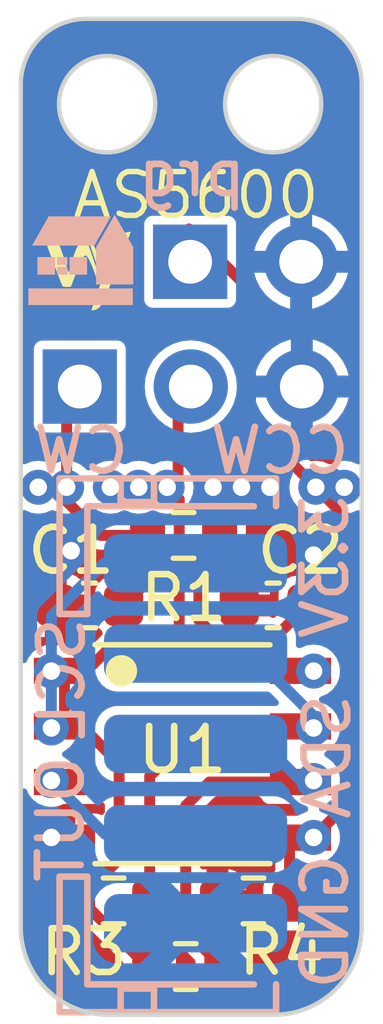
<source format=kicad_pcb>
(kicad_pcb (version 20240108) (generator "pcbnew") (generator_version "8.0")
  (title_block (title "AS5600 Magnetic Encoder Sensor Board") (date "2/13/2024") (rev "1") (company "Designed by William Yen") (comment 1 "Breakoff point vias can be bridged to set direction and prog. pins") (comment 2 "Throughhole header section can be broken off at vias to minimize size") (comment 3 "Uses a JST-PH 5 pin connector with pins bent 90 degrees for reduced footprint") (comment 4 "Component numbers match donor board") (comment 5 "Uses a generic white AS5600 breakout board as a donor"))
  (layers (0 "F.Cu" signal) (31 "B.Cu" signal) (34 "B.Paste" user) (35 "F.Paste" user) (36 "B.SilkS" user "B.Silkscreen") (37 "F.SilkS" user "F.Silkscreen") (38 "B.Mask" user) (39 "F.Mask" user) (44 "Edge.Cuts" user))
  (net 0 "")
  (net 1 "+3.3V")
  (net 2 "GND")
  (net 3 "Net-(C2-Pad1)")
  (net 4 "/SDA")
  (net 5 "/SCL")
  (net 6 "/PGO")
  (net 7 "/OUT")
  (net 8 "/DIR")
  (footprint "Logos:MyLogo_small" (layer "F.Cu") (at 102.001 59.711)
    (property "Reference" "G***" (hide yes))
    (property "Value" "LOGO" (hide yes))
    (fp_poly (pts (xy 1.017236 -0.898844) (xy 1.017632 -0.898167) (xy 1.016794 -0.895438) (xy 1.014351 -0.888513) (xy 1.010413 -0.877682) (xy 1.005089 -0.863233) (xy 0.998488 -0.845455) (xy 0.99072 -0.824636) (xy 0.981892 -0.801066) (xy 0.972116 -0.775032) (xy 0.961498 -0.746824) (xy 0.950149 -0.71673) (xy 0.938178 -0.685039) (xy 0.925694 -0.652039) (xy 0.912806 -0.61802) (xy 0.899623 -0.58327) (xy 0.886254 -0.548078) (xy 0.872808 -0.512731) (xy 0.859395 -0.47752) (xy 0.846123 -0.442733) (xy 0.833102 -0.408658) (xy 0.820441 -0.375583) (xy 0.808248 -0.343799) (xy 0.799719 -0.32161) (xy 0.762973 -0.226361) (xy 0.727563 -0.135105) (xy 0.693502 -0.047872) (xy 0.660803 0.035307) (xy 0.629479 0.114401) (xy 0.599542 0.18938) (xy 0.571005 0.260213) (xy 0.543881 0.32687) (xy 0.518183 0.389319) (xy 0.493923 0.447531) (xy 0.471115 0.501475) (xy 0.44977 0.551119) (xy 0.429902 0.596434) (xy 0.411523 0.637389) (xy 0.394646 0.673954) (xy 0.379284 0.706096) (xy 0.36545 0.733787) (xy 0.353156 0.756995) (xy 0.34423 0.772665) (xy 0.326922 0.797549) (xy 0.305671 0.82104) (xy 0.281267 0.842534) (xy 0.254502 0.861427) (xy 0.226168 0.877114) (xy 0.197055 0.88899) (xy 0.188406 0.891686) (xy 0.177096 0.894482) (xy 0.164669 0.896783) (xy 0.151998 0.898522) (xy 0.139952 0.899633) (xy 0.129402 0.900051) (xy 0.121219 0.899709) (xy 0.116273 0.898541) (xy 0.115204 0.897223) (xy 0.115976 0.894591) (xy 0.118234 0.887673) (xy 0.121894 0.876717) (xy 0.126869 0.861973) (xy 0.133076 0.843689) (xy 0.140429 0.822114) (xy 0.148842 0.797498) (xy 0.15823 0.770089) (xy 0.168508 0.740136) (xy 0.179591 0.707889) (xy 0.191394 0.673595) (xy 0.203831 0.637506) (xy 0.216817 0.599868) (xy 0.230267 0.560931) (xy 0.235002 0.547234) (xy 0.354801 0.200771) (xy 0.214656 -0.209679) (xy 0.200039 -0.252507) (xy 0.185854 -0.294108) (xy 0.172176 -0.334255) (xy 0.159083 -0.372721) (xy 0.146651 -0.40928) (xy 0.134958 -0.443706) (xy 0.124079 -0.47577) (xy 0.114093 -0.505247) (xy 0.105075 -0.531909) (xy 0.097103 -0.55553) (xy 0.090253 -0.575883) (xy 0.084602 -0.592741) (xy 0.080227 -0.605878) (xy 0.077204 -0.615067) (xy 0.075611 -0.62008) (xy 0.075375 -0.620992) (xy 0.078601 -0.621295) (xy 0.085244 -0.620053) (xy 0.094298 -0.617581) (xy 0.104754 -0.614195) (xy 0.115607 -0.61021) (xy 0.125848 -0.605943) (xy 0.130804 -0.603615) (xy 0.14628 -0.595418) (xy 0.158521 -0.587398) (xy 0.168463 -0.578587) (xy 0.177043 -0.568015) (xy 0.185199 -0.554713) (xy 0.193205 -0.53908) (xy 0.203238 -0.517433) (xy 0.214578 -0.491185) (xy 0.227218 -0.460354) (xy 0.241152 -0.424958) (xy 0.256374 -0.385012) (xy 0.272877 -0.340535) (xy 0.290656 -0.291543) (xy 0.309702 -0.238054) (xy 0.330012 -0.180083) (xy 0.351577 -0.117649) (xy 0.372665 -0.055858) (xy 0.404625 0.038289) (xy 0.454436 -0.11106) (xy 0.478754 -0.183608) (xy 0.501825 -0.251681) (xy 0.523702 -0.315425) (xy 0.544437 -0.374985) (xy 0.564083 -0.430507) (xy 0.582692 -0.482136) (xy 0.600318 -0.530018) (xy 0.617012 -0.574299) (xy 0.632828 -0.615125) (xy 0.647818 -0.652641) (xy 0.662035 -0.686993) (xy 0.665355 -0.694822) (xy 0.67753 -0.722907) (xy 0.688359 -0.746782) (xy 0.698028 -0.766783) (xy 0.706723 -0.78325) (xy 0.714633 -0.79652) (xy 0.721945 -0.806931) (xy 0.728845 -0.81482) (xy 0.734652 -0.81989) (xy 0.749252 -0.829152) (xy 0.76829 -0.838482) (xy 0.791411 -0.847769) (xy 0.818255 -0.856897) (xy 0.848467 -0.865755) (xy 0.881689 -0.874229) (xy 0.917562 -0.882206) (xy 0.95283 -0.889049) (xy 0.972158 -0.892533) (xy 0.987272 -0.895204) (xy 0.998674 -0.897133) (xy 1.006868 -0.898391) (xy 1.012357 -0.899048) (xy 1.015646 -0.899175)) (fill solid) (layer "F.SilkS"))
    (fp_poly (pts (xy -1.014646 -0.898675) (xy -1.0081 -0.897538) (xy -0.998213 -0.895602) (xy -0.985656 -0.893) (xy -0.971099 -0.889867) (xy -0.962287 -0.887922) (xy -0.921874 -0.878585) (xy -0.884564 -0.869278) (xy -0.850569 -0.860071) (xy -0.820103 -0.851033) (xy -0.79338 -0.842234) (xy -0.770614 -0.833742) (xy -0.752017 -0.825629) (xy -0.737804 -0.817962) (xy -0.729811 -0.812264) (xy -0.721239 -0.8033) (xy -0.711432 -0.789986) (xy -0.700519 -0.772576) (xy -0.688625 -0.751322) (xy -0.675877 -0.726479) (xy -0.662403 -0.698298) (xy -0.648329 -0.667035) (xy -0.633782 -0.632942) (xy -0.618889 -0.596272) (xy -0.609122 -0.571276) (xy -0.593321 -0.529457) (xy -0.576516 -0.483528) (xy -0.558887 -0.43403) (xy -0.540615 -0.381504) (xy -0.521881 -0.326491) (xy -0.502867 -0.269533) (xy -0.483752 -0.211171) (xy -0.464717 -0.151946) (xy -0.445944 -0.092399) (xy -0.427614 -0.033071) (xy -0.411552 0.019996) (xy -0.408718 0.029127) (xy -0.406365 0.036102) (xy -0.404828 0.039954) (xy -0.404457 0.040396) (xy -0.40363 0.037935) (xy -0.401785 0.031581) (xy -0.399132 0.022084) (xy -0.395881 0.010192) (xy -0.392493 -0.0024) (xy -0.375986 -0.063239) (xy -0.359646 -0.121559) (xy -0.343528 -0.177208) (xy -0.327685 -0.230036) (xy -0.312173 -0.279892) (xy -0.297045 -0.326625) (xy -0.282355 -0.370084) (xy -0.268158 -0.410118) (xy -0.254508 -0.446575) (xy -0.241458 -0.479306) (xy -0.229064 -0.508158) (xy -0.217379 -0.532982) (xy -0.206458 -0.553626) (xy -0.196355 -0.569939) (xy -0.187123 -0.58177) (xy -0.183044 -0.58579) (xy -0.171794 -0.593668) (xy -0.156501 -0.601356) (xy -0.137921 -0.608579) (xy -0.116809 -0.615063) (xy -0.093922 -0.620533) (xy -0.080474 -0.623074) (xy -0.069588 -0.624582) (xy -0.056332 -0.625868) (xy -0.041527 -0.626912) (xy -0.025991 -0.627693) (xy -0.010542 -0.62819) (xy 0.004 -0.628382) (xy 0.016816 -0.628248) (xy 0.027088 -0.627768) (xy 0.033996 -0.626921) (xy 0.036452 -0.626053) (xy 0.037699 -0.623424) (xy 0.040435 -0.616421) (xy 0.0446 -0.605215) (xy 0.050135 -0.589975) (xy 0.05698 -0.570871) (xy 0.065074 -0.548073) (xy 0.07436 -0.521751) (xy 0.084776 -0.492075) (xy 0.096263 -0.459215) (xy 0.108762 -0.423341) (xy 0.122212 -0.384623) (xy 0.136555 -0.34323) (xy 0.151731 -0.299333) (xy 0.167679 -0.253101) (xy 0.182384 -0.210392) (xy 0.324266 0.202037) (xy 0.306024 0.256423) (xy 0.299331 0.276476) (xy 0.294036 0.292298) (xy 0.289914 0.304175) (xy 0.286738 0.312392) (xy 0.284282 0.317236) (xy 0.282319 0.318991) (xy 0.280623 0.317945) (xy 0.278967 0.314381) (xy 0.277126 0.308587) (xy 0.274873 0.300848) (xy 0.273766 0.297144) (xy 0.269748 0.284247) (xy 0.264373 0.26749) (xy 0.257868 0.247547) (xy 0.250459 0.225089) (xy 0.242373 0.20079) (xy 0.233838 0.17532) (xy 0.225079 0.149353) (xy 0.216323 0.123561) (xy 0.207798 0.098616) (xy 0.199731 0.07519) (xy 0.192347 0.053955) (xy 0.185874 0.035585) (xy 0.180538 0.020751) (xy 0.18041 0.0204) (xy 0.16063 -0.032665) (xy 0.141474 -0.081992) (xy 0.12299 -0.127478) (xy 0.105227 -0.169021) (xy 0.088232 -0.206518) (xy 0.072055 -0.239867) (xy 0.056743 -0.268966) (xy 0.042344 -0.293712) (xy 0.028907 -0.314004) (xy 0.01648 -0.329737) (xy 0.014164 -0.332282) (xy 0.00226 -0.343838) (xy -0.008202 -0.351101) (xy -0.017841 -0.354116) (xy -0.027274 -0.352926) (xy -0.037119 -0.347575) (xy -0.047995 -0.338105) (xy -0.049336 -0.336758) (xy -0.06005 -0.324748) (xy -0.071279 -0.309922) (xy -0.083085 -0.292142) (xy -0.095531 -0.271273) (xy -0.108681 -0.247176) (xy -0.122598 -0.219717) (xy -0.137345 -0.188757) (xy -0.152985 -0.15416) (xy -0.169582 -0.115789) (xy -0.187199 -0.073508) (xy -0.205899 -0.02718) (xy -0.225744 0.023332) (xy -0.246799 0.078165) (xy -0.269127 0.137455) (xy -0.271566 0.143992) (xy -0.28479 0.17946) (xy -0.296456 0.210702) (xy -0.306673 0.237991) (xy -0.315553 0.261601) (xy -0.323205 0.281808) (xy -0.32974 0.298884) (xy -0.335268 0.313104) (xy -0.339901 0.324743) (xy -0.343747 0.334073) (xy -0.346918 0.341369) (xy -0.349525 0.346906) (xy -0.351677 0.350957) (xy -0.353485 0.353797) (xy -0.355059 0.355699) (xy -0.35651 0.356938) (xy -0.357642 0.357628) (xy -0.361369 0.35855) (xy -0.368822 0.359642) (xy -0.378936 0.360809) (xy -0.390643 0.361957) (xy -0.402877 0.362993) (xy -0.414573 0.363822) (xy -0.424663 0.364352) (xy -0.43208 0.364487) (xy -0.434413 0.364381) (xy -0.438051 0.364141) (xy -0.445475 0.363715) (xy -0.45568 0.363158) (xy -0.467657 0.362526) (xy -0.470415 0.362384) (xy -0.488481 0.361323) (xy -0.502842 0.360144) (xy -0.514592 0.358719) (xy -0.524827 0.356917) (xy -0.533424 0.354923) (xy -0.539423 0.352659) (xy -0.543792 0.348673) (xy -0.548029 0.341573) (xy -0.548273 0.341094) (xy -0.553011 0.331091) (xy -0.559365 0.316593) (xy -0.567327 0.297625) (xy -0.576887 0.274208) (xy -0.588037 0.246367) (xy -0.600768 0.214123) (xy -0.615071 0.177499) (xy -0.630937 0.136519) (xy -0.648358 0.091205) (xy -0.667325 0.041581) (xy -0.687828 -0.012332) (xy -0.709859 -0.07051) (xy -0.73341 -0.13293) (xy -0.75847 -0.19957) (xy -0.785033 -0.270406) (xy -0.806434 -0.32761) (xy -0.824804 -0.376784) (xy -0.842777 -0.424955) (xy -0.860281 -0.471924) (xy -0.877243 -0.517494) (xy -0.89359 -0.561468) (xy -0.90925 -0.603646) (xy -0.924148 -0.643833) (xy -0.938213 -0.681829) (xy -0.951371 -0.717438) (xy -0.963548 -0.75046) (xy -0.974674 -0.780699) (xy -0.984673 -0.807957) (xy -0.993474 -0.832036) (xy -1.001003 -0.852737) (xy -1.007187 -0.869864) (xy -1.011954 -0.883218) (xy -1.01523 -0.892601) (xy -1.016942 -0.897817) (xy -1.017182 -0.898878)) (fill solid) (layer "F.SilkS"))
  )
  (footprint "Capacitor_SMD:C_0603_1608Metric" (layer "F.Cu") (at 106.275 67.35 180)
    (property "Reference" "C2" (at -0.625 1.25 180) (layer "F.SilkS") (effects (font (thickness 0.153))))
    (property "Value" "C" (hide yes))
    (fp_line (start -0.14058 0.51) (end 0.14058 0.51) (stroke (width 0.12)) (layer "F.SilkS"))
    (fp_line (start -0.14058 -0.51) (end 0.14058 -0.51) (stroke (width 0.12)) (layer "F.SilkS"))
    (pad "1" smd roundrect (at -0.775 0 180) (size 0.9 0.95) (layers "F.Cu" "F.Paste" "F.Mask") (net 3 "Net-(C2-Pad1)"))
    (pad "2" smd roundrect (at 0.775 0 180) (size 0.9 0.95) (layers "F.Cu" "F.Paste" "F.Mask") (net 2 "GND"))
  )
  (footprint "Resistor_SMD:R_0603_1608Metric" (layer "F.Cu") (at 102.625 74.1 180)
    (property "Reference" "R3" (at 0.679123 -1.168415 180) (layer "F.SilkS"))
    (property "Value" "R")
    (fp_line (start -0.237258 0.5225) (end 0.237258 0.5225) (stroke (width 0.12)) (layer "F.SilkS"))
    (fp_line (start -0.237258 -0.5225) (end 0.237258 -0.5225) (stroke (width 0.12)) (layer "F.SilkS"))
    (pad "1" smd roundrect (at -0.825 0 180) (size 0.8 0.95) (layers "F.Cu" "F.Paste" "F.Mask") (net 5 "/SCL"))
    (pad "2" smd roundrect (at 0.825 0 180) (size 0.8 0.95) (layers "F.Cu" "F.Paste" "F.Mask") (net 1 "+3.3V"))
  )
  (footprint "hall-effect:AS5600" (layer "F.Cu") (at 104.2 70.75 -90)
    (property "Reference" "U1" (at -0.1 0 0) (layer "F.SilkS") (effects (font (thickness 0.153))))
    (property "Value" "AS5600")
    (fp_line (start -2.5 2) (end -2.5 -2) (stroke (width 0.127)) (layer "F.SilkS"))
    (fp_line (start 2.5 -2) (end 2.5 2) (stroke (width 0.127)) (layer "F.SilkS"))
    (fp_circle (center -1.905 1.397) (end -1.621019 1.397) (stroke (width 0.15)) (fill solid) (layer "F.SilkS"))
    (pad "1" smd rect (at -1.905 2.7) (size 1.4 0.6) (layers "F.Cu" "F.Paste" "F.Mask") (net 1 "+3.3V"))
    (pad "2" smd rect (at -0.635 2.7) (size 1.4 0.6) (layers "F.Cu" "F.Paste" "F.Mask") (net 1 "+3.3V"))
    (pad "3" smd rect (at 0.635 2.7) (size 1.4 0.6) (layers "F.Cu" "F.Paste" "F.Mask") (net 7 "/OUT"))
    (pad "4" smd rect (at 1.905 2.7) (size 1.4 0.6) (layers "F.Cu" "F.Paste" "F.Mask") (net 2 "GND"))
    (pad "5" smd rect (at 1.905 -2.7) (size 1.4 0.6) (layers "F.Cu" "F.Paste" "F.Mask") (net 6 "/PGO"))
    (pad "6" smd rect (at 0.635 -2.7) (size 1.4 0.6) (layers "F.Cu" "F.Paste" "F.Mask") (net 4 "/SDA"))
    (pad "7" smd rect (at -0.635 -2.7) (size 1.4 0.6) (layers "F.Cu" "F.Paste" "F.Mask") (net 5 "/SCL"))
    (pad "8" smd rect (at -1.905 -2.7) (size 1.4 0.6) (layers "F.Cu" "F.Paste" "F.Mask") (net 8 "/DIR"))
  )
  (footprint "Resistor_SMD:R_0603_1608Metric" (layer "F.Cu") (at 104.225 65.75 180)
    (property "Reference" "R1" (at 0 -1.43 180) (layer "F.SilkS"))
    (property "Value" "R")
    (fp_line (start -0.237258 0.5225) (end 0.237258 0.5225) (stroke (width 0.12)) (layer "F.SilkS"))
    (fp_line (start -0.237258 -0.5225) (end 0.237258 -0.5225) (stroke (width 0.12)) (layer "F.SilkS"))
    (pad "1" smd roundrect (at -0.825 0 180) (size 0.8 0.95) (layers "F.Cu" "F.Paste" "F.Mask") (net 3 "Net-(C2-Pad1)"))
    (pad "2" smd roundrect (at 0.825 0 180) (size 0.8 0.95) (layers "F.Cu" "F.Paste" "F.Mask") (net 1 "+3.3V"))
  )
  (footprint "Capacitor_SMD:C_0603_1608Metric" (layer "F.Cu") (at 102.075 67.35 180)
    (property "Reference" "C1" (at 0.425 1.25 0) (layer "F.SilkS") (effects (font (thickness 0.153))))
    (property "Value" "C" (hide yes))
    (fp_line (start -0.14058 0.51) (end 0.14058 0.51) (stroke (width 0.12)) (layer "F.SilkS"))
    (fp_line (start -0.14058 -0.51) (end 0.14058 -0.51) (stroke (width 0.12)) (layer "F.SilkS"))
    (pad "1" smd roundrect (at -0.775 0 180) (size 0.9 0.95) (layers "F.Cu" "F.Paste" "F.Mask") (net 1 "+3.3V"))
    (pad "2" smd roundrect (at 0.775 0 180) (size 0.9 0.95) (layers "F.Cu" "F.Paste" "F.Mask") (net 2 "GND"))
  )
  (footprint "Resistor_SMD:R_0603_1608Metric" (layer "F.Cu") (at 105.825 74.1 180)
    (property "Reference" "R4" (at -0.650877 -1.158415 180) (layer "F.SilkS"))
    (property "Value" "R")
    (fp_line (start -0.237258 0.5225) (end 0.237258 0.5225) (stroke (width 0.12)) (layer "F.SilkS"))
    (fp_line (start -0.237258 -0.5225) (end 0.237258 -0.5225) (stroke (width 0.12)) (layer "F.SilkS"))
    (pad "1" smd roundrect (at -0.825 0 180) (size 0.8 0.95) (layers "F.Cu" "F.Paste" "F.Mask") (net 6 "/PGO"))
    (pad "2" smd roundrect (at 0.825 0 180) (size 0.8 0.95) (layers "F.Cu" "F.Paste" "F.Mask") (net 2 "GND"))
  )
  (footprint "Resistor_SMD:R_0603_1608Metric" (layer "F.Cu") (at 104.275 75.6 180)
    (property "Reference" "R2" (hide yes))
    (property "Value" "R")
    (fp_line (start -0.237258 0.5225) (end 0.237258 0.5225) (stroke (width 0.12)) (layer "F.SilkS"))
    (fp_line (start -0.237258 -0.5225) (end 0.237258 -0.5225) (stroke (width 0.12)) (layer "F.SilkS"))
    (pad "1" smd roundrect (at -0.825 0 180) (size 0.8 0.95) (layers "F.Cu" "F.Paste" "F.Mask") (net 4 "/SDA"))
    (pad "2" smd roundrect (at 0.825 0 180) (size 0.8 0.95) (layers "F.Cu" "F.Paste" "F.Mask") (net 1 "+3.3V"))
  )
  (footprint "Connector_PinHeader_2.54mm:PinHeader_1x03_P2.54mm_Vertical" (layer "B.Cu") (at 101.85 62.35 -90)
    (property "Reference" "J6" (hide yes))
    (property "Value" "Conn_01x03_Socket" (hide yes))
    (pad "1" thru_hole rect (at 0 0 270) (size 1.7 1.7) (drill 1) (layers "*.Cu" "*.Mask") (net 1 "+3.3V"))
    (pad "2" thru_hole oval (at 0 -2.54 270) (size 1.7 1.7) (drill 1) (layers "*.Cu" "*.Mask") (net 8 "/DIR"))
    (pad "3" thru_hole oval (at 0 -5.08 270) (size 1.7 1.7) (drill 1) (layers "*.Cu" "*.Mask") (net 2 "GND"))
  )
  (footprint "JST_5pin_SMD_vertical:JST_5pin_SMD_vertical_foldedpins" (layer "B.Cu") (at 103.9285 70.5455 -90)
    (property "Reference" "J1" (hide yes))
    (property "Value" "JST-PH 5-pin")
    (fp_line (start -6.096 2.54) (end -6.096 -2.413) (stroke (width 0.15)) (layer "B.SilkS"))
    (fp_line (start -3 2.54) (end -6.096 2.54) (stroke (width 0.15)) (layer "B.SilkS"))
    (fp_line (start 3 2.54) (end 3 1.905) (stroke (width 0.15)) (layer "B.SilkS"))
    (fp_line (start 6.096 2.54) (end 3 2.54) (stroke (width 0.15)) (layer "B.SilkS"))
    (fp_line (start -5.461 1.905) (end -3 1.905) (stroke (width 0.15)) (layer "B.SilkS"))
    (fp_line (start -3 1.905) (end -3 2.54) (stroke (width 0.15)) (layer "B.SilkS"))
    (fp_line (start 3 1.905) (end 5.461 1.905) (stroke (width 0.15)) (layer "B.SilkS"))
    (fp_line (start 5.461 1.905) (end 5.461 -1.905) (stroke (width 0.15)) (layer "B.SilkS"))
    (fp_line (start -5.461 -1.905) (end -5.461 1.905) (stroke (width 0.15)) (layer "B.SilkS"))
    (fp_line (start -5.461 -2.413) (end -6.096 -2.413) (stroke (width 0.15)) (layer "B.SilkS"))
    (fp_line (start 6.096 -2.413) (end 6.096 2.54) (stroke (width 0.15)) (layer "B.SilkS"))
    (fp_line (start 6.096 -2.413) (end 5.461 -2.413) (stroke (width 0.15)) (layer "B.SilkS"))
    (fp_rect (start -6.096 1.143) (end -5.557 0.381) (stroke (width 0.15)) (fill none) (layer "B.SilkS"))
    (fp_rect (start 5.557 1.143) (end 6.096 0.381) (stroke (width 0.15)) (fill none) (layer "B.SilkS"))
    (pad "1" smd roundrect (at -4.15925 -0.5715 270) (size 1.3335 4.191) (layers "B.Cu" "B.Paste" "B.Mask") (net 1 "+3.3V"))
    (pad "2" smd roundrect (at -2.0955 -0.5715 270) (size 1.3335 4.191) (layers "B.Cu" "B.Paste" "B.Mask") (net 5 "/SCL"))
    (pad "3" smd roundrect (at -0.03175 -0.5715 270) (size 1.3335 4.191) (layers "B.Cu" "B.Paste" "B.Mask") (net 4 "/SDA"))
    (pad "4" smd roundrect (at 2.032 -0.5715 270) (size 1.3335 4.191) (layers "B.Cu" "B.Paste" "B.Mask") (net 7 "/OUT"))
    (pad "5" smd roundrect (at 4.064 -0.5715 270) (size 1.3335 4.191) (layers "B.Cu" "B.Paste" "B.Mask") (net 2 "GND"))
  )
  (footprint "Logos:NewFuturesSmall" (layer "B.Cu") (at 101.874 59.457 180)
    (property "Reference" "G***" (hide yes))
    (property "Value" "LOGO" (hide yes))
    (fp_poly (pts (xy 0.993561 -0.136414) (xy 0.993561 -0.337752) (xy 0.791858 -0.337752) (xy 0.590155 -0.337752) (xy 0.590155 -0.136414) (xy 0.590155 0.064925) (xy 0.791858 0.064925) (xy 0.993561 0.064925)) (fill solid) (layer "B.SilkS"))
    (fp_poly (pts (xy 0.544927 -0.025532) (xy 0.544927 -0.115988) (xy 0.425291 -0.115988) (xy 0.305655 -0.115988) (xy 0.305655 -0.025532) (xy 0.305655 0.064925) (xy 0.425291 0.064925) (xy 0.544927 0.064925)) (fill solid) (layer "B.SilkS"))
    (fp_poly (pts (xy 0.544927 -0.247661) (xy 0.544927 -0.337752) (xy 0.425291 -0.337752) (xy 0.305655 -0.337752) (xy 0.305655 -0.247661) (xy 0.305655 -0.157569) (xy 0.425291 -0.157569) (xy 0.544927 -0.157569)) (fill solid) (layer "B.SilkS"))
    (fp_poly (pts (xy 0.259698 -0.136414) (xy 0.259698 -0.337752) (xy 0.058359 -0.337752) (xy -0.142979 -0.337752) (xy -0.142979 -0.136414) (xy -0.142979 0.064925) (xy 0.058359 0.064925) (xy 0.259698 0.064925)) (fill solid) (layer "B.SilkS"))
    (fp_poly (pts (xy -0.77429 1.031776) (xy -0.773198 1.029882) (xy -0.771423 1.026791) (xy -0.768984 1.022538) (xy -0.765903 1.017158) (xy -0.762199 1.010687) (xy -0.757893 1.003158) (xy -0.753004 0.994608) (xy -0.747551 0.985071) (xy -0.741557 0.974582) (xy -0.73504 0.963177) (xy -0.72802 0.950891) (xy -0.720517 0.937758) (xy -0.712552 0.923814) (xy -0.704145 0.909094) (xy -0.695315 0.893632) (xy -0.686082 0.877465) (xy -0.676468 0.860627) (xy -0.666491 0.843152) (xy -0.656171 0.825077) (xy -0.64553 0.806436) (xy -0.634586 0.787265) (xy -0.62336 0.767598) (xy -0.611871 0.74747) (xy -0.600141 0.726917) (xy -0.588188 0.705974) (xy -0.576033 0.684675) (xy -0.563697 0.663057) (xy -0.561784 0.659705) (xy -0.349424 0.287551) (xy -0.349424 -0.137077) (xy -0.349424 -0.561705) (xy -0.774715 -0.561705) (xy -1.200005 -0.561705) (xy -1.200005 -0.136515) (xy -1.200005 0.288675) (xy -0.98761 0.660846) (xy -0.975249 0.682503) (xy -0.963067 0.703842) (xy -0.951083 0.724828) (xy -0.939318 0.745425) (xy -0.927793 0.765599) (xy -0.916526 0.785315) (xy -0.905538 0.804538) (xy -0.89485 0.823233) (xy -0.88448 0.841365) (xy -0.874449 0.858898) (xy -0.864778 0.875799) (xy -0.855485 0.892032) (xy -0.846591 0.907562) (xy -0.838117 0.922355) (xy -0.830082 0.936375) (xy -0.822506 0.949587) (xy -0.815409 0.961957) (xy -0.808811 0.973449) (xy -0.802733 0.984029) (xy -0.797194 0.993662) (xy -0.792214 1.002312) (xy -0.787813 1.009945) (xy -0.784011 1.016526) (xy -0.780829 1.02202) (xy -0.778287 1.026392) (xy -0.776403 1.029607) (xy -0.775199 1.03163) (xy -0.774694 1.032427) (xy -0.77468 1.032438)) (fill solid) (layer "B.SilkS"))
    (fp_poly (pts (xy 0.92501 0.661462) (xy 0.936695 0.640982) (xy 0.948199 0.620819) (xy 0.959501 0.601009) (xy 0.97058 0.581591) (xy 0.981414 0.5626) (xy 0.991984 0.544074) (xy 1.002266 0.526051) (xy 1.012241 0.508567) (xy 1.021887 0.491659) (xy 1.031183 0.475365) (xy 1.040107 0.459721) (xy 1.048639 0.444765) (xy 1.056758 0.430534) (xy 1.064441 0.417064) (xy 1.071669 0.404393) (xy 1.07842 0.392559) (xy 1.084673 0.381597) (xy 1.090406 0.371546) (xy 1.095599 0.362442) (xy 1.10023 0.354322) (xy 1.104278 0.347224) (xy 1.107723 0.341185) (xy 1.110542 0.336241) (xy 1.112715 0.33243) (xy 1.11422 0.329788) (xy 1.115036 0.328354) (xy 1.115188 0.328087) (xy 1.114476 0.328062) (xy 1.112337 0.328038) (xy 1.108802 0.328014) (xy 1.103901 0.32799) (xy 1.097666 0.327967) (xy 1.090128 0.327944) (xy 1.081318 0.327921) (xy 1.071268 0.327899) (xy 1.060009 0.327878) (xy 1.047572 0.327856) (xy 1.033988 0.327836) (xy 1.019289 0.327816) (xy 1.003505 0.327796) (xy 0.986669 0.327777) (xy 0.96881 0.327759) (xy 0.949961 0.327741) (xy 0.930153 0.327724) (xy 0.909416 0.327708) (xy 0.887782 0.327692) (xy 0.865283 0.327677) (xy 0.841949 0.327663) (xy 0.817812 0.32765) (xy 0.792903 0.327637) (xy 0.767253 0.327626) (xy 0.740894 0.327615) (xy 0.713856 0.327604) (xy 0.686171 0.327595) (xy 0.65787 0.327587) (xy 0.628984 0.32758) (xy 0.599545 0.327573) (xy 0.569583 0.327568) (xy 0.539131 0.327563) (xy 0.508219 0.32756) (xy 0.476878 0.327558) (xy 0.44514 0.327557) (xy 0.413035 0.327556) (xy 0.402538 0.327557) (xy -0.310396 0.327573) (xy -0.500063 0.659945) (xy -0.511743 0.680413) (xy -0.523241 0.700567) (xy -0.534537 0.720368) (xy -0.54561 0.739779) (xy -0.556439 0.758764) (xy -0.567001 0.777285) (xy -0.577277 0.795304) (xy -0.587244 0.812786) (xy -0.596882 0.829692) (xy -0.60617 0.845986) (xy -0.615086 0.86163) (xy -0.623609 0.876586) (xy -0.631718 0.890819) (xy -0.639392 0.904291) (xy -0.64661 0.916964) (xy -0.65335 0.928801) (xy -0.659591 0.939766) (xy -0.665312 0.94982) (xy -0.670493 0.958928) (xy -0.675111 0.967051) (xy -0.679145 0.974153) (xy -0.682575 0.980195) (xy -0.685379 0.985143) (xy -0.687537 0.988956) (xy -0.689026 0.9916) (xy -0.689825 0.993037) (xy -0.689965 0.993304) (xy -0.689803 0.993358) (xy -0.689272 0.993411) (xy -0.688348 0.993462) (xy -0.687006 0.993511) (xy -0.68522 0.993558) (xy -0.682967 0.993603) (xy -0.68022 0.993646) (xy -0.676955 0.993688) (xy -0.673147 0.993727) (xy -0.66877 0.993765) (xy -0.663801 0.993802) (xy -0.658213 0.993837) (xy -0.651982 0.99387) (xy -0.645084 0.993901) (xy -0.637492 0.993931) (xy -0.629182 0.99396) (xy -0.620129 0.993987) (xy -0.610308 0.994013) (xy -0.599694 0.994037) (xy -0.588261 0.99406) (xy -0.575986 0.994082) (xy -0.562843 0.994102) (xy -0.548807 0.994121) (xy -0.533853 0.994139) (xy -0.517957 0.994155) (xy -0.501092 0.994171) (xy -0.483234 0.994185) (xy -0.464359 0.994198) (xy -0.44444 0.99421) (xy -0.423454 0.994222) (xy -0.401375 0.994232) (xy -0.378178 0.994241) (xy -0.353838 0.994249) (xy -0.32833 0.994257) (xy -0.30163 0.994263) (xy -0.273712 0.994269) (xy -0.244551 0.994274) (xy -0.214122 0.994278) (xy -0.182401 0.994282) (xy -0.149362 0.994285) (xy -0.11498 0.994287) (xy -0.07923 0.994289) (xy -0.042088 0.99429) (xy -0.003528 0.994291) (xy 0.022458 0.994291) (xy 0.735117 0.994291)) (fill solid) (layer "B.SilkS"))
    (fp_poly (pts (xy 1.072786 -0.648997) (xy 1.079024 -0.64926) (xy 1.084611 -0.64969) (xy 1.088599 -0.65019) (xy 1.090288 -0.650434) (xy 1.092121 -0.650644) (xy 1.094212 -0.650823) (xy 1.096676 -0.650974) (xy 1.099629 -0.651098) (xy 1.103186 -0.651198) (xy 1.107461 -0.651277) (xy 1.11257 -0.651336) (xy 1.118628 -0.651379) (xy 1.125749 -0.651408) (xy 1.13405 -0.651424) (xy 1.143645 -0.651431) (xy 1.148235 -0.651431) (xy 1.200006 -0.651431) (xy 1.200006 -0.841828) (xy 1.200006 -1.032224) (xy 0.068663 -1.032224) (xy 0.028023 -1.032224) (xy -0.01227 -1.032224) (xy -0.052192 -1.032225) (xy -0.091718 -1.032226) (xy -0.130823 -1.032227) (xy -0.169482 -1.032228) (xy -0.20767 -1.03223) (xy -0.245362 -1.032232) (xy -0.282534 -1.032234) (xy -0.31916 -1.032236) (xy -0.355216 -1.032239) (xy -0.390677 -1.032242) (xy -0.425518 -1.032245) (xy -0.459715 -1.032248) (xy -0.493241 -1.032251) (xy -0.526073 -1.032255) (xy -0.558185 -1.032259) (xy -0.589554 -1.032263) (xy -0.620153 -1.032267) (xy -0.649958 -1.032272) (xy -0.678944 -1.032276) (xy -0.707087 -1.032281) (xy -0.734361 -1.032286) (xy -0.760741 -1.032291) (xy -0.786203 -1.032296) (xy -0.810722 -1.032302) (xy -0.834273 -1.032307) (xy -0.856831 -1.032313) (xy -0.878371 -1.032319) (xy -0.898869 -1.032325) (xy -0.918299 -1.032331) (xy -0.936637 -1.032337) (xy -0.953858 -1.032343) (xy -0.969936 -1.03235) (xy -0.984848 -1.032357) (xy -0.998568 -1.032363) (xy -1.011071 -1.03237) (xy -1.022333 -1.032377) (xy -1.032328 -1.032384) (xy -1.041032 -1.032391) (xy -1.048421 -1.032398) (xy -1.054468 -1.032406) (xy -1.059149 -1.032413) (xy -1.06244 -1.03242) (xy -1.064315 -1.032428) (xy -1.064777 -1.032433) (xy -1.065814 -1.032463) (xy -1.068199 -1.032486) (xy -1.07182 -1.032503) (xy -1.076564 -1.032514) (xy -1.082321 -1.032519) (xy -1.088979 -1.032517) (xy -1.096425 -1.032509) (xy -1.104549 -1.032495) (xy -1.113239 -1.032475) (xy -1.122382 -1.032448) (xy -1.127969 -1.032429) (xy -1.189063 -1.032215) (xy -1.189063 -0.841823) (xy -1.189063 -0.651431) (xy -0.075867 -0.651431) (xy -0.027117 -0.651431) (xy 0.020195 -0.651431) (xy 0.066091 -0.651431) (xy 0.110593 -0.65143) (xy 0.153722 -0.65143) (xy 0.1955 -0.651429) (xy 0.235948 -0.651427) (xy 0.275089 -0.651426) (xy 0.312942 -0.651424) (xy 0.349531 -0.651422) (xy 0.384876 -0.651419) (xy 0.418999 -0.651416) (xy 0.451922 -0.651413) (xy 0.483667 -0.651409) (xy 0.514254 -0.651405) (xy 0.543705 -0.651401) (xy 0.572042 -0.651395) (xy 0.599287 -0.65139) (xy 0.62546 -0.651384) (xy 0.650584 -0.651377) (xy 0.674681 -0.651369) (xy 0.69777 -0.651361) (xy 0.719875 -0.651353) (xy 0.741017 -0.651344) (xy 0.761217 -0.651334) (xy 0.780497 -0.651323) (xy 0.798879 -0.651311) (xy 0.816383 -0.651299) (xy 0.833032 -0.651286) (xy 0.848847 -0.651273) (xy 0.86385 -0.651258) (xy 0.878061 -0.651243) (xy 0.891504 -0.651226) (xy 0.904199 -0.651209) (xy 0.916167 -0.651191) (xy 0.927431 -0.651172) (xy 0.938012 -0.651152) (xy 0.947932 -0.651131) (xy 0.957211 -0.651109) (xy 0.965872 -0.651085) (xy 0.973936 -0.651061) (xy 0.981425 -0.651036) (xy 0.98836 -0.651009) (xy 0.994764 -0.650982) (xy 1.000656 -0.650953) (xy 1.006059 -0.650923) (xy 1.010995 -0.650892) (xy 1.015485 -0.65086) (xy 1.01955 -0.650826) (xy 1.023213 -0.650791) (xy 1.026494 -0.650755) (xy 1.029416 -0.650718) (xy 1.031999 -0.650679) (xy 1.034265 -0.650638) (xy 1.036237 -0.650597) (xy 1.037935 -0.650554) (xy 1.039381 -0.650509) (xy 1.040597 -0.650463) (xy 1.041603 -0.650415) (xy 1.042423 -0.650366) (xy 1.043076 -0.650316) (xy 1.043586 -0.650264) (xy 1.043972 -0.65021) (xy 1.044078 -0.650192) (xy 1.048321 -0.649618) (xy 1.053664 -0.649212) (xy 1.059756 -0.648973) (xy 1.066247 -0.648901)) (fill solid) (layer "B.SilkS"))
  )
  (footprint "Connector_PinHeader_2.54mm:PinHeader_1x02_P2.54mm_Vertical" (layer "B.Cu") (at 104.375 59.5 -90)
    (property "Reference" "J7" (hide yes))
    (property "Value" "Conn_01x02_Socket" (hide yes))
    (pad "1" thru_hole rect (at 0 0 270) (size 1.7 1.7) (drill 1) (layers "*.Cu" "*.Mask") (net 6 "/PGO"))
    (pad "2" thru_hole oval (at 0 -2.54 270) (size 1.7 1.7) (drill 1) (layers "*.Cu" "*.Mask") (net 2 "GND"))
  )
  (gr_line (start 100.5 74.7) (end 100.5 55.45) (stroke (width 0.1)) (layer "Edge.Cuts"))
  (gr_arc (start 108.3 74.7) (mid 107.714214 76.114214) (end 106.3 76.7) (stroke (width 0.1)) (layer "Edge.Cuts"))
  (gr_circle (center 106.275 55.9) (end 107.375 55.9) (stroke (width 0.1)) (fill none) (layer "Edge.Cuts"))
  (gr_line (start 106.3 76.7) (end 102.5 76.7) (stroke (width 0.1)) (layer "Edge.Cuts"))
  (gr_circle (center 102.475 55.9) (end 103.575 55.9) (stroke (width 0.1)) (fill none) (layer "Edge.Cuts"))
  (gr_line (start 106.8 53.95) (end 102 53.95) (stroke (width 0.1)) (layer "Edge.Cuts"))
  (gr_arc (start 102.5 76.7) (mid 101.085786 76.114214) (end 100.5 74.7) (stroke (width 0.1)) (layer "Edge.Cuts"))
  (gr_arc (start 106.8 53.95) (mid 107.86066 54.38934) (end 108.3 55.45) (stroke (width 0.1)) (layer "Edge.Cuts"))
  (gr_arc (start 100.5 55.45) (mid 100.93934 54.38934) (end 102 53.95) (stroke (width 0.1)) (layer "Edge.Cuts"))
  (gr_line (start 108.3 55.45) (end 108.3 74.7) (stroke (width 0.1)) (layer "Edge.Cuts"))
  (gr_text "prg" (at 104.414 58.06 0) (layer "B.SilkS") (effects (font (size 1 1) (thickness 0.153)) (justify bottom mirror)))
  (gr_text "CW" (at 103.05 64.4 0) (layer "B.SilkS") (effects (font (size 1 1) (thickness 0.153)) (justify left bottom mirror)))
  (gr_text "SDA" (at 108.1 69.3 90) (layer "B.SilkS") (effects (font (size 1 1) (thickness 0.153)) (justify left bottom mirror)))
  (gr_text "3.3V" (at 108.05 64.75 90) (layer "B.SilkS") (effects (font (size 1 1) (thickness 0.153)) (justify left bottom mirror)))
  (gr_text "SCL" (at 102.0235 67.5455 90) (layer "B.SilkS") (effects (font (size 1 1) (thickness 0.153)) (justify left bottom mirror)))
  (gr_text "GND" (at 108.05 72.95 90) (layer "B.SilkS") (effects (font (size 1 1) (thickness 0.153)) (justify left bottom mirror)))
  (gr_text "OUT" (at 102 70.7 90) (layer "B.SilkS") (effects (font (size 1 1) (thickness 0.153)) (justify left bottom mirror)))
  (gr_text "CCW" (at 108.1 64.4 0) (layer "B.SilkS") (effects (font (size 1 1) (thickness 0.153)) (justify left bottom mirror)))
  (gr_text "AS5600" (at 101.62 58.568 0) (layer "F.SilkS") (effects (font (size 1 1) (thickness 0.125)) (justify left bottom)))
  (segment (start 102.005 68.845) (end 101.5 68.845) (width 0.25) (layer "F.Cu") (net 1))
  (segment (start 101.8 74.1) (end 101.9 74.1) (width 0.25) (layer "F.Cu") (net 1))
  (segment (start 101.9 74.1) (end 103.3 75.5) (width 0.25) (layer "F.Cu") (net 1))
  (segment (start 101.5 68.845) (end 101.5 68.85) (width 0.25) (layer "F.Cu") (net 1))
  (segment (start 101.55 64.97399) (end 102.32601 65.75) (width 0.25) (layer "F.Cu") (net 1))
  (segment (start 102.85 67.35) (end 103.4 66.8) (width 0.25) (layer "F.Cu") (net 1))
  (segment (start 102.75 73.15) (end 101.8 74.1) (width 0.25) (layer "F.Cu") (net 1))
  (segment (start 102.85 68) (end 102.005 68.845) (width 0.25) (layer "F.Cu") (net 1))
  (segment (start 103.3 75.5) (end 103.3 75.85) (width 0.25) (layer "F.Cu") (net 1))
  (segment (start 101.5 68.85) (end 101.5 70.115) (width 0.25) (layer "F.Cu") (net 1))
  (segment (start 101.55 64.65) (end 101.55 64.97399) (width 0.25) (layer "F.Cu") (net 1))
  (segment (start 101.9 70.115) (end 102.75 70.965) (width 0.25) (layer "F.Cu") (net 1))
  (segment (start 101.55 62.65) (end 101.55 64.65) (width 0.25) (layer "F.Cu") (net 1))
  (segment (start 102.75 70.965) (end 102.75 73.15) (width 0.25) (layer "F.Cu") (net 1))
  (segment (start 103.4 66.8) (end 103.4 65.75) (width 0.25) (layer "F.Cu") (net 1))
  (segment (start 102.32601 65.75) (end 103.4 65.75) (width 0.25) (layer "F.Cu") (net 1))
  (segment (start 101.85 62.35) (end 101.55 62.65) (width 0.25) (layer "F.Cu") (net 1))
  (segment (start 102.85 67.35) (end 102.85 68) (width 0.25) (layer "F.Cu") (net 1))
  (segment (start 101.5 70.115) (end 101.9 70.115) (width 0.25) (layer "F.Cu") (net 1))
  (via (at 101.55 64.65) (size 0.8) (drill 0.4) (layers "F.Cu" "B.Cu") (net 1))
  (via (at 100.9 64.65) (size 0.8) (drill 0.4) (layers "F.Cu" "B.Cu") (net 1))
  (via (at 101.2 70.15) (size 0.8) (drill 0.4) (layers "F.Cu" "B.Cu") (net 1))
  (via (at 101.2 68.85) (size 0.8) (drill 0.4) (layers "F.Cu" "B.Cu") (net 1))
  (segment (start 102.404501 66.38625) (end 101.2 67.590751) (width 0.25) (layer "B.Cu") (net 1))
  (segment (start 104.5 66.38625) (end 102.404501 66.38625) (width 0.25) (layer "B.Cu") (net 1))
  (segment (start 101.2 67.590751) (end 101.2 68.85) (width 0.25) (layer "B.Cu") (net 1))
  (segment (start 101.2 70.15) (end 101.2 68.85) (width 0.25) (layer "B.Cu") (net 1))
  (via (at 104.9 64.65) (size 0.8) (drill 0.4) (layers "F.Cu" "B.Cu") (net 2))
  (via (at 106.2 64.65) (size 0.8) (drill 0.4) (layers "F.Cu" "B.Cu") (net 2))
  (via (at 105.55 64.65) (size 0.8) (drill 0.4) (layers "F.Cu" "B.Cu") (net 2))
  (via (at 101.651861 66.101156) (size 0.8) (drill 0.4) (layers "F.Cu" "B.Cu") (net 2))
  (via (at 101.2 72.65) (size 0.8) (drill 0.4) (layers "F.Cu" "B.Cu") (net 2))
  (via (at 107.2005 66.2) (size 0.8) (drill 0.4) (layers "F.Cu" "B.Cu") (net 2))
  (segment (start 105.05 65.8) (end 105.05 65.75) (width 0.25) (layer "F.Cu") (net 3))
  (segment (start 105.040948 68.15) (end 104.575 67.684052) (width 0.25) (layer "F.Cu") (net 3))
  (segment (start 106.25 68.15) (end 105.040948 68.15) (width 0.25) (layer "F.Cu") (net 3))
  (segment (start 104.575 67.684052) (end 104.575 66.275) (width 0.25) (layer "F.Cu") (net 3))
  (segment (start 107.05 67.35) (end 106.25 68.15) (width 0.25) (layer "F.Cu") (net 3))
  (segment (start 104.575 66.275) (end 105.05 65.8) (width 0.25) (layer "F.Cu") (net 3))
  (segment (start 104.275 74.775) (end 104.275 71.925) (width 0.25) (layer "F.Cu") (net 4))
  (segment (start 105.1 75.6) (end 104.275 74.775) (width 0.25) (layer "F.Cu") (net 4))
  (segment (start 104.815 71.385) (end 106.9 71.385) (width 0.25) (layer "F.Cu") (net 4))
  (segment (start 104.275 71.925) (end 104.815 71.385) (width 0.25) (layer "F.Cu") (net 4))
  (via (at 107.2 71.35) (size 0.8) (drill 0.4) (layers "F.Cu" "B.Cu") (net 4))
  (segment (start 106.06375 70.51375) (end 104.5 70.51375) (width 0.25) (layer "B.Cu") (net 4))
  (segment (start 107.2 71.35) (end 106.9 71.35) (width 0.25) (layer "B.Cu") (net 4))
  (segment (start 106.9 71.35) (end 106.06375 70.51375) (width 0.25) (layer "B.Cu") (net 4))
  (segment (start 103.45 74.1) (end 103.45 71.25) (width 0.25) (layer "F.Cu") (net 5))
  (segment (start 104.585 70.115) (end 106.9 70.115) (width 0.25) (layer "F.Cu") (net 5))
  (segment (start 103.45 71.25) (end 104.585 70.115) (width 0.25) (layer "F.Cu") (net 5))
  (via (at 107.2 70.15) (size 0.8) (drill 0.4) (layers "F.Cu" "B.Cu") (net 5))
  (segment (start 107.2 70.15) (end 107.2 69.875305) (width 0.25) (layer "B.Cu") (net 5))
  (segment (start 105.774695 68.45) (end 104.5 68.45) (width 0.25) (layer "B.Cu") (net 5))
  (segment (start 107.2 69.875305) (end 105.774695 68.45) (width 0.25) (layer "B.Cu") (net 5))
  (segment (start 105.755 60.155) (end 104.35 58.75) (width 0.25) (layer "F.Cu") (net 6))
  (segment (start 106.905 72.65) (end 106.9 72.655) (width 0.25) (layer "F.Cu") (net 6))
  (segment (start 107.925 65.325) (end 107.925 71.925) (width 0.25) (layer "F.Cu") (net 6))
  (segment (start 106.65 74.1) (end 106.65 72.905) (width 0.25) (layer "F.Cu") (net 6))
  (segment (start 107.25 64.65) (end 107.925 65.325) (width 0.25) (layer "F.Cu") (net 6))
  (segment (start 105.755 63.155) (end 105.755 60.155) (width 0.25) (layer "F.Cu") (net 6))
  (segment (start 106.9 72.65) (end 106.905 72.65) (width 0.25) (layer "F.Cu") (net 6))
  (segment (start 107.25 64.65) (end 105.755 63.155) (width 0.25) (layer "F.Cu") (net 6))
  (segment (start 106.9 72.655) (end 106.9 72.65) (width 0.25) (layer "F.Cu") (net 6))
  (segment (start 106.65 72.905) (end 106.9 72.655) (width 0.25) (layer "F.Cu") (net 6))
  (segment (start 107.925 71.925) (end 107.2 72.65) (width 0.25) (layer "F.Cu") (net 6))
  (via (at 107.9 64.65) (size 0.8) (drill 0.4) (layers "F.Cu" "B.Cu") (net 6))
  (via (at 107.2 72.65) (size 0.8) (drill 0.4) (layers "F.Cu" "B.Cu") (net 6))
  (via (at 107.25 64.65) (size 0.8) (drill 0.4) (layers "F.Cu" "B.Cu") (net 6))
  (segment (start 107.05 64.35) (end 107.7 64.35) (width 0.25) (layer "B.Cu") (net 6))
  (via (at 101.2 71.35) (size 0.8) (drill 0.4) (layers "F.Cu" "B.Cu") (net 7))
  (segment (start 102.4275 72.5775) (end 101.2 71.35) (width 0.25) (layer "B.Cu") (net 7))
  (segment (start 104.5 72.5775) (end 102.4275 72.5775) (width 0.25) (layer "B.Cu") (net 7))
  (segment (start 103.85 64.65) (end 104.125 64.925) (width 0.25) (layer "F.Cu") (net 8))
  (segment (start 104.1 64.4) (end 103.85 64.65) (width 0.25) (layer "F.Cu") (net 8))
  (segment (start 104.885007 68.845) (end 106.9 68.845) (width 0.25) (layer "F.Cu") (net 8))
  (segment (start 104.39 62.35) (end 104.1 62.64) (width 0.25) (layer "F.Cu") (net 8))
  (segment (start 104.125 64.925) (end 104.125 68.084993) (width 0.25) (layer "F.Cu") (net 8))
  (segment (start 104.125 68.084993) (end 104.885007 68.845) (width 0.25) (layer "F.Cu") (net 8))
  (segment (start 104.1 62.64) (end 104.1 64.4) (width 0.25) (layer "F.Cu") (net 8))
  (via (at 103.85 64.65) (size 0.8) (drill 0.4) (layers "F.Cu" "B.Cu") (net 8))
  (via (at 103.2 64.65) (size 0.8) (drill 0.4) (layers "F.Cu" "B.Cu") (net 8))
  (via (at 102.55 64.65) (size 0.8) (drill 0.4) (layers "F.Cu" "B.Cu") (net 8))
  (via (at 107.2 68.85) (size 0.8) (drill 0.4) (layers "F.Cu" "B.Cu") (net 8))
  (zone (net 2) (net_name "GND") (layer "F.Cu") (connect_pads (clearance 0.15)) (min_thickness 0.15) (fill yes (thermal_gap 0.25) (thermal_bridge_width 0.5))
    (polygon (pts (xy 100.1 53.52848) (xy 100.15 76.9) (xy 108.8 76.92848) (xy 108.75 53.52848)))
  )
  (zone (net 2) (net_name "GND") (layer "B.Cu") (connect_pads (clearance 0.15)) (min_thickness 0.15) (fill yes (thermal_gap 0.25) (thermal_bridge_width 0.5))
    (polygon (pts (xy 100.1 53.52) (xy 100.15 76.87152) (xy 108.8 76.9) (xy 108.75 53.52)))
  )
)
</source>
